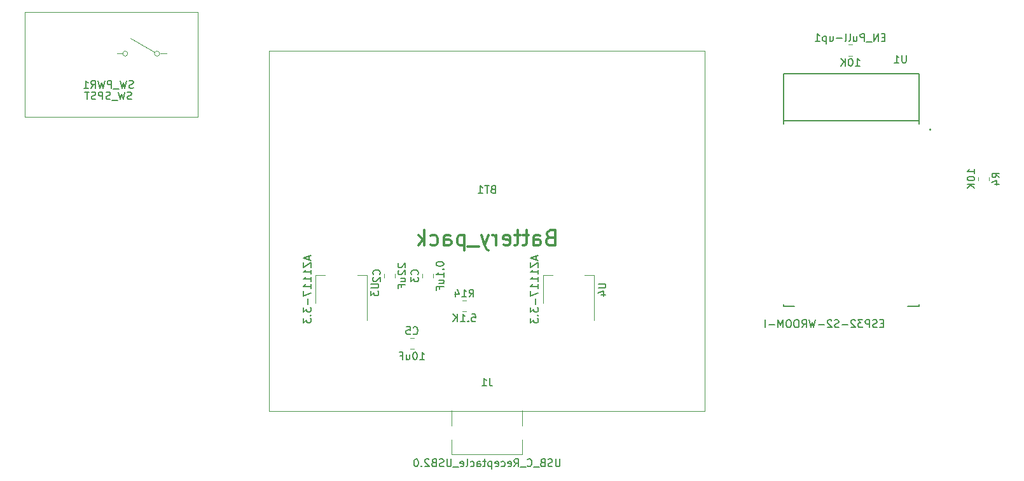
<source format=gbr>
%TF.GenerationSoftware,KiCad,Pcbnew,(6.0.4)*%
%TF.CreationDate,2022-11-06T13:58:30+01:00*%
%TF.ProjectId,GSP-1.0,4753502d-312e-4302-9e6b-696361645f70,rev?*%
%TF.SameCoordinates,Original*%
%TF.FileFunction,Legend,Bot*%
%TF.FilePolarity,Positive*%
%FSLAX46Y46*%
G04 Gerber Fmt 4.6, Leading zero omitted, Abs format (unit mm)*
G04 Created by KiCad (PCBNEW (6.0.4)) date 2022-11-06 13:58:30*
%MOMM*%
%LPD*%
G01*
G04 APERTURE LIST*
%ADD10C,0.150000*%
%ADD11C,0.350000*%
%ADD12C,0.120000*%
%ADD13C,0.200000*%
%ADD14C,0.127000*%
G04 APERTURE END LIST*
D10*
%TO.C,C5*%
X140166666Y-118677142D02*
X140214285Y-118724761D01*
X140357142Y-118772380D01*
X140452380Y-118772380D01*
X140595238Y-118724761D01*
X140690476Y-118629523D01*
X140738095Y-118534285D01*
X140785714Y-118343809D01*
X140785714Y-118200952D01*
X140738095Y-118010476D01*
X140690476Y-117915238D01*
X140595238Y-117820000D01*
X140452380Y-117772380D01*
X140357142Y-117772380D01*
X140214285Y-117820000D01*
X140166666Y-117867619D01*
X139261904Y-117772380D02*
X139738095Y-117772380D01*
X139785714Y-118248571D01*
X139738095Y-118200952D01*
X139642857Y-118153333D01*
X139404761Y-118153333D01*
X139309523Y-118200952D01*
X139261904Y-118248571D01*
X139214285Y-118343809D01*
X139214285Y-118581904D01*
X139261904Y-118677142D01*
X139309523Y-118724761D01*
X139404761Y-118772380D01*
X139642857Y-118772380D01*
X139738095Y-118724761D01*
X139785714Y-118677142D01*
X141071428Y-122132380D02*
X141642857Y-122132380D01*
X141357142Y-122132380D02*
X141357142Y-121132380D01*
X141452380Y-121275238D01*
X141547619Y-121370476D01*
X141642857Y-121418095D01*
X140452380Y-121132380D02*
X140357142Y-121132380D01*
X140261904Y-121180000D01*
X140214285Y-121227619D01*
X140166666Y-121322857D01*
X140119047Y-121513333D01*
X140119047Y-121751428D01*
X140166666Y-121941904D01*
X140214285Y-122037142D01*
X140261904Y-122084761D01*
X140357142Y-122132380D01*
X140452380Y-122132380D01*
X140547619Y-122084761D01*
X140595238Y-122037142D01*
X140642857Y-121941904D01*
X140690476Y-121751428D01*
X140690476Y-121513333D01*
X140642857Y-121322857D01*
X140595238Y-121227619D01*
X140547619Y-121180000D01*
X140452380Y-121132380D01*
X139261904Y-121465714D02*
X139261904Y-122132380D01*
X139690476Y-121465714D02*
X139690476Y-121989523D01*
X139642857Y-122084761D01*
X139547619Y-122132380D01*
X139404761Y-122132380D01*
X139309523Y-122084761D01*
X139261904Y-122037142D01*
X138452380Y-121608571D02*
X138785714Y-121608571D01*
X138785714Y-122132380D02*
X138785714Y-121132380D01*
X138309523Y-121132380D01*
%TO.C,EN_Pull-up1*%
X202945238Y-79188571D02*
X202611904Y-79188571D01*
X202469047Y-79712380D02*
X202945238Y-79712380D01*
X202945238Y-78712380D01*
X202469047Y-78712380D01*
X202040476Y-79712380D02*
X202040476Y-78712380D01*
X201469047Y-79712380D01*
X201469047Y-78712380D01*
X201230952Y-79807619D02*
X200469047Y-79807619D01*
X200230952Y-79712380D02*
X200230952Y-78712380D01*
X199850000Y-78712380D01*
X199754761Y-78760000D01*
X199707142Y-78807619D01*
X199659523Y-78902857D01*
X199659523Y-79045714D01*
X199707142Y-79140952D01*
X199754761Y-79188571D01*
X199850000Y-79236190D01*
X200230952Y-79236190D01*
X198802380Y-79045714D02*
X198802380Y-79712380D01*
X199230952Y-79045714D02*
X199230952Y-79569523D01*
X199183333Y-79664761D01*
X199088095Y-79712380D01*
X198945238Y-79712380D01*
X198850000Y-79664761D01*
X198802380Y-79617142D01*
X198183333Y-79712380D02*
X198278571Y-79664761D01*
X198326190Y-79569523D01*
X198326190Y-78712380D01*
X197659523Y-79712380D02*
X197754761Y-79664761D01*
X197802380Y-79569523D01*
X197802380Y-78712380D01*
X197278571Y-79331428D02*
X196516666Y-79331428D01*
X195611904Y-79045714D02*
X195611904Y-79712380D01*
X196040476Y-79045714D02*
X196040476Y-79569523D01*
X195992857Y-79664761D01*
X195897619Y-79712380D01*
X195754761Y-79712380D01*
X195659523Y-79664761D01*
X195611904Y-79617142D01*
X195135714Y-79045714D02*
X195135714Y-80045714D01*
X195135714Y-79093333D02*
X195040476Y-79045714D01*
X194850000Y-79045714D01*
X194754761Y-79093333D01*
X194707142Y-79140952D01*
X194659523Y-79236190D01*
X194659523Y-79521904D01*
X194707142Y-79617142D01*
X194754761Y-79664761D01*
X194850000Y-79712380D01*
X195040476Y-79712380D01*
X195135714Y-79664761D01*
X193707142Y-79712380D02*
X194278571Y-79712380D01*
X193992857Y-79712380D02*
X193992857Y-78712380D01*
X194088095Y-78855238D01*
X194183333Y-78950476D01*
X194278571Y-78998095D01*
X199040476Y-83012380D02*
X199611904Y-83012380D01*
X199326190Y-83012380D02*
X199326190Y-82012380D01*
X199421428Y-82155238D01*
X199516666Y-82250476D01*
X199611904Y-82298095D01*
X198421428Y-82012380D02*
X198326190Y-82012380D01*
X198230952Y-82060000D01*
X198183333Y-82107619D01*
X198135714Y-82202857D01*
X198088095Y-82393333D01*
X198088095Y-82631428D01*
X198135714Y-82821904D01*
X198183333Y-82917142D01*
X198230952Y-82964761D01*
X198326190Y-83012380D01*
X198421428Y-83012380D01*
X198516666Y-82964761D01*
X198564285Y-82917142D01*
X198611904Y-82821904D01*
X198659523Y-82631428D01*
X198659523Y-82393333D01*
X198611904Y-82202857D01*
X198564285Y-82107619D01*
X198516666Y-82060000D01*
X198421428Y-82012380D01*
X197659523Y-83012380D02*
X197659523Y-82012380D01*
X197088095Y-83012380D02*
X197516666Y-82440952D01*
X197088095Y-82012380D02*
X197659523Y-82583809D01*
%TO.C,U4*%
X164802380Y-112028095D02*
X165611904Y-112028095D01*
X165707142Y-112075714D01*
X165754761Y-112123333D01*
X165802380Y-112218571D01*
X165802380Y-112409047D01*
X165754761Y-112504285D01*
X165707142Y-112551904D01*
X165611904Y-112599523D01*
X164802380Y-112599523D01*
X165135714Y-113504285D02*
X165802380Y-113504285D01*
X164754761Y-113266190D02*
X165469047Y-113028095D01*
X165469047Y-113647142D01*
X156516666Y-108361428D02*
X156516666Y-108837619D01*
X156802380Y-108266190D02*
X155802380Y-108599523D01*
X156802380Y-108932857D01*
X155802380Y-109170952D02*
X155802380Y-109837619D01*
X156802380Y-109170952D01*
X156802380Y-109837619D01*
X156802380Y-110742380D02*
X156802380Y-110170952D01*
X156802380Y-110456666D02*
X155802380Y-110456666D01*
X155945238Y-110361428D01*
X156040476Y-110266190D01*
X156088095Y-110170952D01*
X156802380Y-111694761D02*
X156802380Y-111123333D01*
X156802380Y-111409047D02*
X155802380Y-111409047D01*
X155945238Y-111313809D01*
X156040476Y-111218571D01*
X156088095Y-111123333D01*
X156802380Y-112647142D02*
X156802380Y-112075714D01*
X156802380Y-112361428D02*
X155802380Y-112361428D01*
X155945238Y-112266190D01*
X156040476Y-112170952D01*
X156088095Y-112075714D01*
X155802380Y-112980476D02*
X155802380Y-113647142D01*
X156802380Y-113218571D01*
X156421428Y-114028095D02*
X156421428Y-114790000D01*
X155802380Y-115170952D02*
X155802380Y-115790000D01*
X156183333Y-115456666D01*
X156183333Y-115599523D01*
X156230952Y-115694761D01*
X156278571Y-115742380D01*
X156373809Y-115790000D01*
X156611904Y-115790000D01*
X156707142Y-115742380D01*
X156754761Y-115694761D01*
X156802380Y-115599523D01*
X156802380Y-115313809D01*
X156754761Y-115218571D01*
X156707142Y-115170952D01*
X156707142Y-116218571D02*
X156754761Y-116266190D01*
X156802380Y-116218571D01*
X156754761Y-116170952D01*
X156707142Y-116218571D01*
X156802380Y-116218571D01*
X155802380Y-116599523D02*
X155802380Y-117218571D01*
X156183333Y-116885238D01*
X156183333Y-117028095D01*
X156230952Y-117123333D01*
X156278571Y-117170952D01*
X156373809Y-117218571D01*
X156611904Y-117218571D01*
X156707142Y-117170952D01*
X156754761Y-117123333D01*
X156802380Y-117028095D01*
X156802380Y-116742380D01*
X156754761Y-116647142D01*
X156707142Y-116599523D01*
%TO.C,C2*%
X135677142Y-110785237D02*
X135724761Y-110737618D01*
X135772380Y-110594761D01*
X135772380Y-110499523D01*
X135724761Y-110356665D01*
X135629523Y-110261427D01*
X135534285Y-110213808D01*
X135343809Y-110166189D01*
X135200952Y-110166189D01*
X135010476Y-110213808D01*
X134915238Y-110261427D01*
X134820000Y-110356665D01*
X134772380Y-110499523D01*
X134772380Y-110594761D01*
X134820000Y-110737618D01*
X134867619Y-110785237D01*
X134867619Y-111166189D02*
X134820000Y-111213808D01*
X134772380Y-111309046D01*
X134772380Y-111547142D01*
X134820000Y-111642380D01*
X134867619Y-111689999D01*
X134962857Y-111737618D01*
X135058095Y-111737618D01*
X135200952Y-111689999D01*
X135772380Y-111118570D01*
X135772380Y-111737618D01*
X138227619Y-109309046D02*
X138180000Y-109356665D01*
X138132380Y-109451904D01*
X138132380Y-109689999D01*
X138180000Y-109785237D01*
X138227619Y-109832856D01*
X138322857Y-109880475D01*
X138418095Y-109880475D01*
X138560952Y-109832856D01*
X139132380Y-109261427D01*
X139132380Y-109880475D01*
X138227619Y-110261427D02*
X138180000Y-110309046D01*
X138132380Y-110404284D01*
X138132380Y-110642380D01*
X138180000Y-110737618D01*
X138227619Y-110785237D01*
X138322857Y-110832856D01*
X138418095Y-110832856D01*
X138560952Y-110785237D01*
X139132380Y-110213808D01*
X139132380Y-110832856D01*
X138465714Y-111689999D02*
X139132380Y-111689999D01*
X138465714Y-111261427D02*
X138989523Y-111261427D01*
X139084761Y-111309046D01*
X139132380Y-111404284D01*
X139132380Y-111547142D01*
X139084761Y-111642380D01*
X139037142Y-111689999D01*
X138608571Y-112499523D02*
X138608571Y-112166189D01*
X139132380Y-112166189D02*
X138132380Y-112166189D01*
X138132380Y-112642380D01*
%TO.C,R14*%
X147612857Y-113782380D02*
X147946190Y-113306190D01*
X148184285Y-113782380D02*
X148184285Y-112782380D01*
X147803333Y-112782380D01*
X147708095Y-112830000D01*
X147660476Y-112877619D01*
X147612857Y-112972857D01*
X147612857Y-113115714D01*
X147660476Y-113210952D01*
X147708095Y-113258571D01*
X147803333Y-113306190D01*
X148184285Y-113306190D01*
X146660476Y-113782380D02*
X147231904Y-113782380D01*
X146946190Y-113782380D02*
X146946190Y-112782380D01*
X147041428Y-112925238D01*
X147136666Y-113020476D01*
X147231904Y-113068095D01*
X145803333Y-113115714D02*
X145803333Y-113782380D01*
X146041428Y-112734761D02*
X146279523Y-113449047D01*
X145660476Y-113449047D01*
X147946190Y-116082380D02*
X148422380Y-116082380D01*
X148470000Y-116558571D01*
X148422380Y-116510952D01*
X148327142Y-116463333D01*
X148089047Y-116463333D01*
X147993809Y-116510952D01*
X147946190Y-116558571D01*
X147898571Y-116653809D01*
X147898571Y-116891904D01*
X147946190Y-116987142D01*
X147993809Y-117034761D01*
X148089047Y-117082380D01*
X148327142Y-117082380D01*
X148422380Y-117034761D01*
X148470000Y-116987142D01*
X147470000Y-116987142D02*
X147422380Y-117034761D01*
X147470000Y-117082380D01*
X147517619Y-117034761D01*
X147470000Y-116987142D01*
X147470000Y-117082380D01*
X146470000Y-117082380D02*
X147041428Y-117082380D01*
X146755714Y-117082380D02*
X146755714Y-116082380D01*
X146850952Y-116225238D01*
X146946190Y-116320476D01*
X147041428Y-116368095D01*
X146041428Y-117082380D02*
X146041428Y-116082380D01*
X145470000Y-117082380D02*
X145898571Y-116510952D01*
X145470000Y-116082380D02*
X146041428Y-116653809D01*
%TO.C,C3*%
X140760568Y-110803249D02*
X140808187Y-110755630D01*
X140855806Y-110612773D01*
X140855806Y-110517535D01*
X140808187Y-110374677D01*
X140712949Y-110279439D01*
X140617711Y-110231820D01*
X140427235Y-110184201D01*
X140284378Y-110184201D01*
X140093902Y-110231820D01*
X139998664Y-110279439D01*
X139903426Y-110374677D01*
X139855806Y-110517535D01*
X139855806Y-110612773D01*
X139903426Y-110755630D01*
X139951045Y-110803249D01*
X139855806Y-111136582D02*
X139855806Y-111755630D01*
X140236759Y-111422296D01*
X140236759Y-111565154D01*
X140284378Y-111660392D01*
X140331997Y-111708011D01*
X140427235Y-111755630D01*
X140665330Y-111755630D01*
X140760568Y-111708011D01*
X140808187Y-111660392D01*
X140855806Y-111565154D01*
X140855806Y-111279439D01*
X140808187Y-111184201D01*
X140760568Y-111136582D01*
X143215806Y-109327058D02*
X143215806Y-109422296D01*
X143263426Y-109517535D01*
X143311045Y-109565154D01*
X143406283Y-109612773D01*
X143596759Y-109660392D01*
X143834854Y-109660392D01*
X144025330Y-109612773D01*
X144120568Y-109565154D01*
X144168187Y-109517535D01*
X144215806Y-109422296D01*
X144215806Y-109327058D01*
X144168187Y-109231820D01*
X144120568Y-109184201D01*
X144025330Y-109136582D01*
X143834854Y-109088963D01*
X143596759Y-109088963D01*
X143406283Y-109136582D01*
X143311045Y-109184201D01*
X143263426Y-109231820D01*
X143215806Y-109327058D01*
X144120568Y-110088963D02*
X144168187Y-110136582D01*
X144215806Y-110088963D01*
X144168187Y-110041344D01*
X144120568Y-110088963D01*
X144215806Y-110088963D01*
X144215806Y-111088963D02*
X144215806Y-110517535D01*
X144215806Y-110803249D02*
X143215806Y-110803249D01*
X143358664Y-110708011D01*
X143453902Y-110612773D01*
X143501521Y-110517535D01*
X143549140Y-111946106D02*
X144215806Y-111946106D01*
X143549140Y-111517535D02*
X144072949Y-111517535D01*
X144168187Y-111565154D01*
X144215806Y-111660392D01*
X144215806Y-111803249D01*
X144168187Y-111898487D01*
X144120568Y-111946106D01*
X143691997Y-112755630D02*
X143691997Y-112422296D01*
X144215806Y-112422296D02*
X143215806Y-112422296D01*
X143215806Y-112898487D01*
%TO.C,SW_PWR1*%
X102902650Y-85912245D02*
X102759793Y-85959864D01*
X102521697Y-85959864D01*
X102426459Y-85912245D01*
X102378840Y-85864626D01*
X102331221Y-85769388D01*
X102331221Y-85674150D01*
X102378840Y-85578912D01*
X102426459Y-85531293D01*
X102521697Y-85483674D01*
X102712174Y-85436055D01*
X102807412Y-85388436D01*
X102855031Y-85340817D01*
X102902650Y-85245579D01*
X102902650Y-85150341D01*
X102855031Y-85055103D01*
X102807412Y-85007484D01*
X102712174Y-84959864D01*
X102474078Y-84959864D01*
X102331221Y-85007484D01*
X101997888Y-84959864D02*
X101759793Y-85959864D01*
X101569316Y-85245579D01*
X101378840Y-85959864D01*
X101140745Y-84959864D01*
X100997888Y-86055103D02*
X100235983Y-86055103D01*
X99997888Y-85959864D02*
X99997888Y-84959864D01*
X99616936Y-84959864D01*
X99521697Y-85007484D01*
X99474078Y-85055103D01*
X99426459Y-85150341D01*
X99426459Y-85293198D01*
X99474078Y-85388436D01*
X99521697Y-85436055D01*
X99616936Y-85483674D01*
X99997888Y-85483674D01*
X99093126Y-84959864D02*
X98855031Y-85959864D01*
X98664555Y-85245579D01*
X98474078Y-85959864D01*
X98235983Y-84959864D01*
X97283602Y-85959864D02*
X97616936Y-85483674D01*
X97855031Y-85959864D02*
X97855031Y-84959864D01*
X97474078Y-84959864D01*
X97378840Y-85007484D01*
X97331221Y-85055103D01*
X97283602Y-85150341D01*
X97283602Y-85293198D01*
X97331221Y-85388436D01*
X97378840Y-85436055D01*
X97474078Y-85483674D01*
X97855031Y-85483674D01*
X96331221Y-85959864D02*
X96902650Y-85959864D01*
X96616936Y-85959864D02*
X96616936Y-84959864D01*
X96712174Y-85102722D01*
X96807412Y-85197960D01*
X96902650Y-85245579D01*
X102688364Y-87412245D02*
X102545507Y-87459864D01*
X102307412Y-87459864D01*
X102212174Y-87412245D01*
X102164555Y-87364626D01*
X102116936Y-87269388D01*
X102116936Y-87174150D01*
X102164555Y-87078912D01*
X102212174Y-87031293D01*
X102307412Y-86983674D01*
X102497888Y-86936055D01*
X102593126Y-86888436D01*
X102640745Y-86840817D01*
X102688364Y-86745579D01*
X102688364Y-86650341D01*
X102640745Y-86555103D01*
X102593126Y-86507484D01*
X102497888Y-86459864D01*
X102259793Y-86459864D01*
X102116936Y-86507484D01*
X101783602Y-86459864D02*
X101545507Y-87459864D01*
X101355031Y-86745579D01*
X101164555Y-87459864D01*
X100926459Y-86459864D01*
X100783602Y-87555103D02*
X100021697Y-87555103D01*
X99831221Y-87412245D02*
X99688364Y-87459864D01*
X99450269Y-87459864D01*
X99355031Y-87412245D01*
X99307412Y-87364626D01*
X99259793Y-87269388D01*
X99259793Y-87174150D01*
X99307412Y-87078912D01*
X99355031Y-87031293D01*
X99450269Y-86983674D01*
X99640745Y-86936055D01*
X99735983Y-86888436D01*
X99783602Y-86840817D01*
X99831221Y-86745579D01*
X99831221Y-86650341D01*
X99783602Y-86555103D01*
X99735983Y-86507484D01*
X99640745Y-86459864D01*
X99402650Y-86459864D01*
X99259793Y-86507484D01*
X98831221Y-87459864D02*
X98831221Y-86459864D01*
X98450269Y-86459864D01*
X98355031Y-86507484D01*
X98307412Y-86555103D01*
X98259793Y-86650341D01*
X98259793Y-86793198D01*
X98307412Y-86888436D01*
X98355031Y-86936055D01*
X98450269Y-86983674D01*
X98831221Y-86983674D01*
X97878840Y-87412245D02*
X97735983Y-87459864D01*
X97497888Y-87459864D01*
X97402650Y-87412245D01*
X97355031Y-87364626D01*
X97307412Y-87269388D01*
X97307412Y-87174150D01*
X97355031Y-87078912D01*
X97402650Y-87031293D01*
X97497888Y-86983674D01*
X97688364Y-86936055D01*
X97783602Y-86888436D01*
X97831221Y-86840817D01*
X97878840Y-86745579D01*
X97878840Y-86650341D01*
X97831221Y-86555103D01*
X97783602Y-86507484D01*
X97688364Y-86459864D01*
X97450269Y-86459864D01*
X97307412Y-86507484D01*
X97021697Y-86459864D02*
X96450269Y-86459864D01*
X96735983Y-87459864D02*
X96735983Y-86459864D01*
%TO.C,R4*%
X218202380Y-97873333D02*
X217726190Y-97540000D01*
X218202380Y-97301904D02*
X217202380Y-97301904D01*
X217202380Y-97682857D01*
X217250000Y-97778095D01*
X217297619Y-97825714D01*
X217392857Y-97873333D01*
X217535714Y-97873333D01*
X217630952Y-97825714D01*
X217678571Y-97778095D01*
X217726190Y-97682857D01*
X217726190Y-97301904D01*
X217535714Y-98730476D02*
X218202380Y-98730476D01*
X217154761Y-98492380D02*
X217869047Y-98254285D01*
X217869047Y-98873333D01*
X214902380Y-97349523D02*
X214902380Y-96778095D01*
X214902380Y-97063809D02*
X213902380Y-97063809D01*
X214045238Y-96968571D01*
X214140476Y-96873333D01*
X214188095Y-96778095D01*
X213902380Y-97968571D02*
X213902380Y-98063809D01*
X213950000Y-98159047D01*
X213997619Y-98206666D01*
X214092857Y-98254285D01*
X214283333Y-98301904D01*
X214521428Y-98301904D01*
X214711904Y-98254285D01*
X214807142Y-98206666D01*
X214854761Y-98159047D01*
X214902380Y-98063809D01*
X214902380Y-97968571D01*
X214854761Y-97873333D01*
X214807142Y-97825714D01*
X214711904Y-97778095D01*
X214521428Y-97730476D01*
X214283333Y-97730476D01*
X214092857Y-97778095D01*
X213997619Y-97825714D01*
X213950000Y-97873333D01*
X213902380Y-97968571D01*
X214902380Y-98730476D02*
X213902380Y-98730476D01*
X214902380Y-99301904D02*
X214330952Y-98873333D01*
X213902380Y-99301904D02*
X214473809Y-98730476D01*
%TO.C,J1*%
X150333333Y-124627380D02*
X150333333Y-125341666D01*
X150380952Y-125484523D01*
X150476190Y-125579761D01*
X150619047Y-125627380D01*
X150714285Y-125627380D01*
X149333333Y-125627380D02*
X149904761Y-125627380D01*
X149619047Y-125627380D02*
X149619047Y-124627380D01*
X149714285Y-124770238D01*
X149809523Y-124865476D01*
X149904761Y-124913095D01*
X159690476Y-135372380D02*
X159690476Y-136181904D01*
X159642857Y-136277142D01*
X159595238Y-136324761D01*
X159500000Y-136372380D01*
X159309523Y-136372380D01*
X159214285Y-136324761D01*
X159166666Y-136277142D01*
X159119047Y-136181904D01*
X159119047Y-135372380D01*
X158690476Y-136324761D02*
X158547619Y-136372380D01*
X158309523Y-136372380D01*
X158214285Y-136324761D01*
X158166666Y-136277142D01*
X158119047Y-136181904D01*
X158119047Y-136086666D01*
X158166666Y-135991428D01*
X158214285Y-135943809D01*
X158309523Y-135896190D01*
X158500000Y-135848571D01*
X158595238Y-135800952D01*
X158642857Y-135753333D01*
X158690476Y-135658095D01*
X158690476Y-135562857D01*
X158642857Y-135467619D01*
X158595238Y-135420000D01*
X158500000Y-135372380D01*
X158261904Y-135372380D01*
X158119047Y-135420000D01*
X157357142Y-135848571D02*
X157214285Y-135896190D01*
X157166666Y-135943809D01*
X157119047Y-136039047D01*
X157119047Y-136181904D01*
X157166666Y-136277142D01*
X157214285Y-136324761D01*
X157309523Y-136372380D01*
X157690476Y-136372380D01*
X157690476Y-135372380D01*
X157357142Y-135372380D01*
X157261904Y-135420000D01*
X157214285Y-135467619D01*
X157166666Y-135562857D01*
X157166666Y-135658095D01*
X157214285Y-135753333D01*
X157261904Y-135800952D01*
X157357142Y-135848571D01*
X157690476Y-135848571D01*
X156928571Y-136467619D02*
X156166666Y-136467619D01*
X155357142Y-136277142D02*
X155404761Y-136324761D01*
X155547619Y-136372380D01*
X155642857Y-136372380D01*
X155785714Y-136324761D01*
X155880952Y-136229523D01*
X155928571Y-136134285D01*
X155976190Y-135943809D01*
X155976190Y-135800952D01*
X155928571Y-135610476D01*
X155880952Y-135515238D01*
X155785714Y-135420000D01*
X155642857Y-135372380D01*
X155547619Y-135372380D01*
X155404761Y-135420000D01*
X155357142Y-135467619D01*
X155166666Y-136467619D02*
X154404761Y-136467619D01*
X153595238Y-136372380D02*
X153928571Y-135896190D01*
X154166666Y-136372380D02*
X154166666Y-135372380D01*
X153785714Y-135372380D01*
X153690476Y-135420000D01*
X153642857Y-135467619D01*
X153595238Y-135562857D01*
X153595238Y-135705714D01*
X153642857Y-135800952D01*
X153690476Y-135848571D01*
X153785714Y-135896190D01*
X154166666Y-135896190D01*
X152785714Y-136324761D02*
X152880952Y-136372380D01*
X153071428Y-136372380D01*
X153166666Y-136324761D01*
X153214285Y-136229523D01*
X153214285Y-135848571D01*
X153166666Y-135753333D01*
X153071428Y-135705714D01*
X152880952Y-135705714D01*
X152785714Y-135753333D01*
X152738095Y-135848571D01*
X152738095Y-135943809D01*
X153214285Y-136039047D01*
X151880952Y-136324761D02*
X151976190Y-136372380D01*
X152166666Y-136372380D01*
X152261904Y-136324761D01*
X152309523Y-136277142D01*
X152357142Y-136181904D01*
X152357142Y-135896190D01*
X152309523Y-135800952D01*
X152261904Y-135753333D01*
X152166666Y-135705714D01*
X151976190Y-135705714D01*
X151880952Y-135753333D01*
X151071428Y-136324761D02*
X151166666Y-136372380D01*
X151357142Y-136372380D01*
X151452380Y-136324761D01*
X151500000Y-136229523D01*
X151500000Y-135848571D01*
X151452380Y-135753333D01*
X151357142Y-135705714D01*
X151166666Y-135705714D01*
X151071428Y-135753333D01*
X151023809Y-135848571D01*
X151023809Y-135943809D01*
X151500000Y-136039047D01*
X150595238Y-135705714D02*
X150595238Y-136705714D01*
X150595238Y-135753333D02*
X150500000Y-135705714D01*
X150309523Y-135705714D01*
X150214285Y-135753333D01*
X150166666Y-135800952D01*
X150119047Y-135896190D01*
X150119047Y-136181904D01*
X150166666Y-136277142D01*
X150214285Y-136324761D01*
X150309523Y-136372380D01*
X150500000Y-136372380D01*
X150595238Y-136324761D01*
X149833333Y-135705714D02*
X149452380Y-135705714D01*
X149690476Y-135372380D02*
X149690476Y-136229523D01*
X149642857Y-136324761D01*
X149547619Y-136372380D01*
X149452380Y-136372380D01*
X148690476Y-136372380D02*
X148690476Y-135848571D01*
X148738095Y-135753333D01*
X148833333Y-135705714D01*
X149023809Y-135705714D01*
X149119047Y-135753333D01*
X148690476Y-136324761D02*
X148785714Y-136372380D01*
X149023809Y-136372380D01*
X149119047Y-136324761D01*
X149166666Y-136229523D01*
X149166666Y-136134285D01*
X149119047Y-136039047D01*
X149023809Y-135991428D01*
X148785714Y-135991428D01*
X148690476Y-135943809D01*
X147785714Y-136324761D02*
X147880952Y-136372380D01*
X148071428Y-136372380D01*
X148166666Y-136324761D01*
X148214285Y-136277142D01*
X148261904Y-136181904D01*
X148261904Y-135896190D01*
X148214285Y-135800952D01*
X148166666Y-135753333D01*
X148071428Y-135705714D01*
X147880952Y-135705714D01*
X147785714Y-135753333D01*
X147214285Y-136372380D02*
X147309523Y-136324761D01*
X147357142Y-136229523D01*
X147357142Y-135372380D01*
X146452380Y-136324761D02*
X146547619Y-136372380D01*
X146738095Y-136372380D01*
X146833333Y-136324761D01*
X146880952Y-136229523D01*
X146880952Y-135848571D01*
X146833333Y-135753333D01*
X146738095Y-135705714D01*
X146547619Y-135705714D01*
X146452380Y-135753333D01*
X146404761Y-135848571D01*
X146404761Y-135943809D01*
X146880952Y-136039047D01*
X146214285Y-136467619D02*
X145452380Y-136467619D01*
X145214285Y-135372380D02*
X145214285Y-136181904D01*
X145166666Y-136277142D01*
X145119047Y-136324761D01*
X145023809Y-136372380D01*
X144833333Y-136372380D01*
X144738095Y-136324761D01*
X144690476Y-136277142D01*
X144642857Y-136181904D01*
X144642857Y-135372380D01*
X144214285Y-136324761D02*
X144071428Y-136372380D01*
X143833333Y-136372380D01*
X143738095Y-136324761D01*
X143690476Y-136277142D01*
X143642857Y-136181904D01*
X143642857Y-136086666D01*
X143690476Y-135991428D01*
X143738095Y-135943809D01*
X143833333Y-135896190D01*
X144023809Y-135848571D01*
X144119047Y-135800952D01*
X144166666Y-135753333D01*
X144214285Y-135658095D01*
X144214285Y-135562857D01*
X144166666Y-135467619D01*
X144119047Y-135420000D01*
X144023809Y-135372380D01*
X143785714Y-135372380D01*
X143642857Y-135420000D01*
X142880952Y-135848571D02*
X142738095Y-135896190D01*
X142690476Y-135943809D01*
X142642857Y-136039047D01*
X142642857Y-136181904D01*
X142690476Y-136277142D01*
X142738095Y-136324761D01*
X142833333Y-136372380D01*
X143214285Y-136372380D01*
X143214285Y-135372380D01*
X142880952Y-135372380D01*
X142785714Y-135420000D01*
X142738095Y-135467619D01*
X142690476Y-135562857D01*
X142690476Y-135658095D01*
X142738095Y-135753333D01*
X142785714Y-135800952D01*
X142880952Y-135848571D01*
X143214285Y-135848571D01*
X142261904Y-135467619D02*
X142214285Y-135420000D01*
X142119047Y-135372380D01*
X141880952Y-135372380D01*
X141785714Y-135420000D01*
X141738095Y-135467619D01*
X141690476Y-135562857D01*
X141690476Y-135658095D01*
X141738095Y-135800952D01*
X142309523Y-136372380D01*
X141690476Y-136372380D01*
X141261904Y-136277142D02*
X141214285Y-136324761D01*
X141261904Y-136372380D01*
X141309523Y-136324761D01*
X141261904Y-136277142D01*
X141261904Y-136372380D01*
X140595238Y-135372380D02*
X140500000Y-135372380D01*
X140404761Y-135420000D01*
X140357142Y-135467619D01*
X140309523Y-135562857D01*
X140261904Y-135753333D01*
X140261904Y-135991428D01*
X140309523Y-136181904D01*
X140357142Y-136277142D01*
X140404761Y-136324761D01*
X140500000Y-136372380D01*
X140595238Y-136372380D01*
X140690476Y-136324761D01*
X140738095Y-136277142D01*
X140785714Y-136181904D01*
X140833333Y-135991428D01*
X140833333Y-135753333D01*
X140785714Y-135562857D01*
X140738095Y-135467619D01*
X140690476Y-135420000D01*
X140595238Y-135372380D01*
%TO.C,BT1*%
X150785714Y-99428571D02*
X150642857Y-99476190D01*
X150595238Y-99523809D01*
X150547619Y-99619047D01*
X150547619Y-99761904D01*
X150595238Y-99857142D01*
X150642857Y-99904761D01*
X150738095Y-99952380D01*
X151119047Y-99952380D01*
X151119047Y-98952380D01*
X150785714Y-98952380D01*
X150690476Y-99000000D01*
X150642857Y-99047619D01*
X150595238Y-99142857D01*
X150595238Y-99238095D01*
X150642857Y-99333333D01*
X150690476Y-99380952D01*
X150785714Y-99428571D01*
X151119047Y-99428571D01*
X150261904Y-98952380D02*
X149690476Y-98952380D01*
X149976190Y-99952380D02*
X149976190Y-98952380D01*
X148833333Y-99952380D02*
X149404761Y-99952380D01*
X149119047Y-99952380D02*
X149119047Y-98952380D01*
X149214285Y-99095238D01*
X149309523Y-99190476D01*
X149404761Y-99238095D01*
D11*
X158380952Y-105857142D02*
X158095238Y-105952380D01*
X158000000Y-106047619D01*
X157904761Y-106238095D01*
X157904761Y-106523809D01*
X158000000Y-106714285D01*
X158095238Y-106809523D01*
X158285714Y-106904761D01*
X159047619Y-106904761D01*
X159047619Y-104904761D01*
X158380952Y-104904761D01*
X158190476Y-105000000D01*
X158095238Y-105095238D01*
X158000000Y-105285714D01*
X158000000Y-105476190D01*
X158095238Y-105666666D01*
X158190476Y-105761904D01*
X158380952Y-105857142D01*
X159047619Y-105857142D01*
X156190476Y-106904761D02*
X156190476Y-105857142D01*
X156285714Y-105666666D01*
X156476190Y-105571428D01*
X156857142Y-105571428D01*
X157047619Y-105666666D01*
X156190476Y-106809523D02*
X156380952Y-106904761D01*
X156857142Y-106904761D01*
X157047619Y-106809523D01*
X157142857Y-106619047D01*
X157142857Y-106428571D01*
X157047619Y-106238095D01*
X156857142Y-106142857D01*
X156380952Y-106142857D01*
X156190476Y-106047619D01*
X155523809Y-105571428D02*
X154761904Y-105571428D01*
X155238095Y-104904761D02*
X155238095Y-106619047D01*
X155142857Y-106809523D01*
X154952380Y-106904761D01*
X154761904Y-106904761D01*
X154380952Y-105571428D02*
X153619047Y-105571428D01*
X154095238Y-104904761D02*
X154095238Y-106619047D01*
X154000000Y-106809523D01*
X153809523Y-106904761D01*
X153619047Y-106904761D01*
X152190476Y-106809523D02*
X152380952Y-106904761D01*
X152761904Y-106904761D01*
X152952380Y-106809523D01*
X153047619Y-106619047D01*
X153047619Y-105857142D01*
X152952380Y-105666666D01*
X152761904Y-105571428D01*
X152380952Y-105571428D01*
X152190476Y-105666666D01*
X152095238Y-105857142D01*
X152095238Y-106047619D01*
X153047619Y-106238095D01*
X151238095Y-106904761D02*
X151238095Y-105571428D01*
X151238095Y-105952380D02*
X151142857Y-105761904D01*
X151047619Y-105666666D01*
X150857142Y-105571428D01*
X150666666Y-105571428D01*
X150190476Y-105571428D02*
X149714285Y-106904761D01*
X149238095Y-105571428D02*
X149714285Y-106904761D01*
X149904761Y-107380952D01*
X150000000Y-107476190D01*
X150190476Y-107571428D01*
X148952380Y-107095238D02*
X147428571Y-107095238D01*
X146952380Y-105571428D02*
X146952380Y-107571428D01*
X146952380Y-105666666D02*
X146761904Y-105571428D01*
X146380952Y-105571428D01*
X146190476Y-105666666D01*
X146095238Y-105761904D01*
X146000000Y-105952380D01*
X146000000Y-106523809D01*
X146095238Y-106714285D01*
X146190476Y-106809523D01*
X146380952Y-106904761D01*
X146761904Y-106904761D01*
X146952380Y-106809523D01*
X144285714Y-106904761D02*
X144285714Y-105857142D01*
X144380952Y-105666666D01*
X144571428Y-105571428D01*
X144952380Y-105571428D01*
X145142857Y-105666666D01*
X144285714Y-106809523D02*
X144476190Y-106904761D01*
X144952380Y-106904761D01*
X145142857Y-106809523D01*
X145238095Y-106619047D01*
X145238095Y-106428571D01*
X145142857Y-106238095D01*
X144952380Y-106142857D01*
X144476190Y-106142857D01*
X144285714Y-106047619D01*
X142476190Y-106809523D02*
X142666666Y-106904761D01*
X143047619Y-106904761D01*
X143238095Y-106809523D01*
X143333333Y-106714285D01*
X143428571Y-106523809D01*
X143428571Y-105952380D01*
X143333333Y-105761904D01*
X143238095Y-105666666D01*
X143047619Y-105571428D01*
X142666666Y-105571428D01*
X142476190Y-105666666D01*
X141619047Y-106904761D02*
X141619047Y-104904761D01*
X141428571Y-106142857D02*
X140857142Y-106904761D01*
X140857142Y-105571428D02*
X141619047Y-106333333D01*
D10*
%TO.C,U1*%
X205804612Y-81565418D02*
X205804612Y-82374942D01*
X205756993Y-82470180D01*
X205709374Y-82517799D01*
X205614136Y-82565418D01*
X205423660Y-82565418D01*
X205328422Y-82517799D01*
X205280803Y-82470180D01*
X205233184Y-82374942D01*
X205233184Y-81565418D01*
X204233184Y-82565418D02*
X204804612Y-82565418D01*
X204518898Y-82565418D02*
X204518898Y-81565418D01*
X204614136Y-81708276D01*
X204709374Y-81803514D01*
X204804612Y-81851133D01*
X202763660Y-117311609D02*
X202430327Y-117311609D01*
X202287469Y-117835418D02*
X202763660Y-117835418D01*
X202763660Y-116835418D01*
X202287469Y-116835418D01*
X201906517Y-117787799D02*
X201763660Y-117835418D01*
X201525565Y-117835418D01*
X201430327Y-117787799D01*
X201382708Y-117740180D01*
X201335088Y-117644942D01*
X201335088Y-117549704D01*
X201382708Y-117454466D01*
X201430327Y-117406847D01*
X201525565Y-117359228D01*
X201716041Y-117311609D01*
X201811279Y-117263990D01*
X201858898Y-117216371D01*
X201906517Y-117121133D01*
X201906517Y-117025895D01*
X201858898Y-116930657D01*
X201811279Y-116883038D01*
X201716041Y-116835418D01*
X201477946Y-116835418D01*
X201335088Y-116883038D01*
X200906517Y-117835418D02*
X200906517Y-116835418D01*
X200525565Y-116835418D01*
X200430327Y-116883038D01*
X200382708Y-116930657D01*
X200335088Y-117025895D01*
X200335088Y-117168752D01*
X200382708Y-117263990D01*
X200430327Y-117311609D01*
X200525565Y-117359228D01*
X200906517Y-117359228D01*
X200001755Y-116835418D02*
X199382708Y-116835418D01*
X199716041Y-117216371D01*
X199573184Y-117216371D01*
X199477946Y-117263990D01*
X199430327Y-117311609D01*
X199382708Y-117406847D01*
X199382708Y-117644942D01*
X199430327Y-117740180D01*
X199477946Y-117787799D01*
X199573184Y-117835418D01*
X199858898Y-117835418D01*
X199954136Y-117787799D01*
X200001755Y-117740180D01*
X199001755Y-116930657D02*
X198954136Y-116883038D01*
X198858898Y-116835418D01*
X198620803Y-116835418D01*
X198525565Y-116883038D01*
X198477946Y-116930657D01*
X198430327Y-117025895D01*
X198430327Y-117121133D01*
X198477946Y-117263990D01*
X199049374Y-117835418D01*
X198430327Y-117835418D01*
X198001755Y-117454466D02*
X197239850Y-117454466D01*
X196811279Y-117787799D02*
X196668422Y-117835418D01*
X196430327Y-117835418D01*
X196335088Y-117787799D01*
X196287469Y-117740180D01*
X196239850Y-117644942D01*
X196239850Y-117549704D01*
X196287469Y-117454466D01*
X196335088Y-117406847D01*
X196430327Y-117359228D01*
X196620803Y-117311609D01*
X196716041Y-117263990D01*
X196763660Y-117216371D01*
X196811279Y-117121133D01*
X196811279Y-117025895D01*
X196763660Y-116930657D01*
X196716041Y-116883038D01*
X196620803Y-116835418D01*
X196382708Y-116835418D01*
X196239850Y-116883038D01*
X195858898Y-116930657D02*
X195811279Y-116883038D01*
X195716041Y-116835418D01*
X195477946Y-116835418D01*
X195382708Y-116883038D01*
X195335088Y-116930657D01*
X195287469Y-117025895D01*
X195287469Y-117121133D01*
X195335088Y-117263990D01*
X195906517Y-117835418D01*
X195287469Y-117835418D01*
X194858898Y-117454466D02*
X194096993Y-117454466D01*
X193716041Y-116835418D02*
X193477946Y-117835418D01*
X193287469Y-117121133D01*
X193096993Y-117835418D01*
X192858898Y-116835418D01*
X191906517Y-117835418D02*
X192239850Y-117359228D01*
X192477946Y-117835418D02*
X192477946Y-116835418D01*
X192096993Y-116835418D01*
X192001755Y-116883038D01*
X191954136Y-116930657D01*
X191906517Y-117025895D01*
X191906517Y-117168752D01*
X191954136Y-117263990D01*
X192001755Y-117311609D01*
X192096993Y-117359228D01*
X192477946Y-117359228D01*
X191287469Y-116835418D02*
X191096993Y-116835418D01*
X191001755Y-116883038D01*
X190906517Y-116978276D01*
X190858898Y-117168752D01*
X190858898Y-117502085D01*
X190906517Y-117692561D01*
X191001755Y-117787799D01*
X191096993Y-117835418D01*
X191287469Y-117835418D01*
X191382708Y-117787799D01*
X191477946Y-117692561D01*
X191525565Y-117502085D01*
X191525565Y-117168752D01*
X191477946Y-116978276D01*
X191382708Y-116883038D01*
X191287469Y-116835418D01*
X190239850Y-116835418D02*
X190049374Y-116835418D01*
X189954136Y-116883038D01*
X189858898Y-116978276D01*
X189811279Y-117168752D01*
X189811279Y-117502085D01*
X189858898Y-117692561D01*
X189954136Y-117787799D01*
X190049374Y-117835418D01*
X190239850Y-117835418D01*
X190335088Y-117787799D01*
X190430327Y-117692561D01*
X190477946Y-117502085D01*
X190477946Y-117168752D01*
X190430327Y-116978276D01*
X190335088Y-116883038D01*
X190239850Y-116835418D01*
X189382708Y-117835418D02*
X189382708Y-116835418D01*
X189049374Y-117549704D01*
X188716041Y-116835418D01*
X188716041Y-117835418D01*
X188239850Y-117454466D02*
X187477946Y-117454466D01*
X187001755Y-117835418D02*
X187001755Y-116835418D01*
%TO.C,U3*%
X134552380Y-112028095D02*
X135361904Y-112028095D01*
X135457142Y-112075714D01*
X135504761Y-112123333D01*
X135552380Y-112218571D01*
X135552380Y-112409047D01*
X135504761Y-112504285D01*
X135457142Y-112551904D01*
X135361904Y-112599523D01*
X134552380Y-112599523D01*
X134552380Y-112980476D02*
X134552380Y-113599523D01*
X134933333Y-113266190D01*
X134933333Y-113409047D01*
X134980952Y-113504285D01*
X135028571Y-113551904D01*
X135123809Y-113599523D01*
X135361904Y-113599523D01*
X135457142Y-113551904D01*
X135504761Y-113504285D01*
X135552380Y-113409047D01*
X135552380Y-113123333D01*
X135504761Y-113028095D01*
X135457142Y-112980476D01*
X126266666Y-108361428D02*
X126266666Y-108837619D01*
X126552380Y-108266190D02*
X125552380Y-108599523D01*
X126552380Y-108932857D01*
X125552380Y-109170952D02*
X125552380Y-109837619D01*
X126552380Y-109170952D01*
X126552380Y-109837619D01*
X126552380Y-110742380D02*
X126552380Y-110170952D01*
X126552380Y-110456666D02*
X125552380Y-110456666D01*
X125695238Y-110361428D01*
X125790476Y-110266190D01*
X125838095Y-110170952D01*
X126552380Y-111694761D02*
X126552380Y-111123333D01*
X126552380Y-111409047D02*
X125552380Y-111409047D01*
X125695238Y-111313809D01*
X125790476Y-111218571D01*
X125838095Y-111123333D01*
X126552380Y-112647142D02*
X126552380Y-112075714D01*
X126552380Y-112361428D02*
X125552380Y-112361428D01*
X125695238Y-112266190D01*
X125790476Y-112170952D01*
X125838095Y-112075714D01*
X125552380Y-112980476D02*
X125552380Y-113647142D01*
X126552380Y-113218571D01*
X126171428Y-114028095D02*
X126171428Y-114790000D01*
X125552380Y-115170952D02*
X125552380Y-115789999D01*
X125933333Y-115456666D01*
X125933333Y-115599523D01*
X125980952Y-115694761D01*
X126028571Y-115742380D01*
X126123809Y-115789999D01*
X126361904Y-115789999D01*
X126457142Y-115742380D01*
X126504761Y-115694761D01*
X126552380Y-115599523D01*
X126552380Y-115313809D01*
X126504761Y-115218571D01*
X126457142Y-115170952D01*
X126457142Y-116218571D02*
X126504761Y-116266190D01*
X126552380Y-116218571D01*
X126504761Y-116170952D01*
X126457142Y-116218571D01*
X126552380Y-116218571D01*
X125552380Y-116599523D02*
X125552380Y-117218571D01*
X125933333Y-116885238D01*
X125933333Y-117028095D01*
X125980952Y-117123333D01*
X126028571Y-117170952D01*
X126123809Y-117218571D01*
X126361904Y-117218571D01*
X126457142Y-117170952D01*
X126504761Y-117123333D01*
X126552380Y-117028095D01*
X126552380Y-116742380D01*
X126504761Y-116647142D01*
X126457142Y-116599523D01*
D12*
%TO.C,C5*%
X140261252Y-120735000D02*
X139738748Y-120735000D01*
X140261252Y-119265000D02*
X139738748Y-119265000D01*
%TO.C,EN_Pull-up1*%
X198577064Y-81645000D02*
X198122936Y-81645000D01*
X198577064Y-80175000D02*
X198122936Y-80175000D01*
%TO.C,U4*%
X164260000Y-110880000D02*
X163000000Y-110880000D01*
X157440000Y-110880000D02*
X158700000Y-110880000D01*
X157440000Y-114640000D02*
X157440000Y-110880000D01*
X164260000Y-116890000D02*
X164260000Y-110880000D01*
%TO.C,C2*%
X137735000Y-110690652D02*
X137735000Y-111213156D01*
X136265000Y-110690652D02*
X136265000Y-111213156D01*
%TO.C,R14*%
X147197064Y-115715000D02*
X146742936Y-115715000D01*
X147197064Y-114245000D02*
X146742936Y-114245000D01*
%TO.C,C3*%
X142818426Y-110708664D02*
X142818426Y-111231168D01*
X141348426Y-110708664D02*
X141348426Y-111231168D01*
%TO.C,SW_PWR1*%
X102161570Y-81365000D02*
G75*
G03*
X102161570Y-81365000I-336285J0D01*
G01*
X106397285Y-81365000D02*
G75*
G03*
X106397285Y-81365000I-336285J0D01*
G01*
X111465000Y-75785000D02*
X88465000Y-75785000D01*
X88465000Y-75785000D02*
X88465000Y-89785000D01*
X88465000Y-89785000D02*
X111465000Y-89785000D01*
X111465000Y-89785000D02*
X111465000Y-75785000D01*
X107331000Y-81365000D02*
X106471339Y-81362160D01*
X100727000Y-81365000D02*
X101489000Y-81365000D01*
X105731150Y-81145797D02*
X102505000Y-79333000D01*
%TO.C,R4*%
X216835000Y-98267064D02*
X216835000Y-97812936D01*
X215365000Y-98267064D02*
X215365000Y-97812936D01*
%TO.C,J1*%
X145300000Y-128920000D02*
X145300000Y-130920000D01*
X154700000Y-134720000D02*
X145300000Y-134720000D01*
X145300000Y-132820000D02*
X145300000Y-134720000D01*
X154700000Y-128920000D02*
X154700000Y-130920000D01*
X154700000Y-132820000D02*
X154700000Y-134720000D01*
%TO.C,BT1*%
X179000000Y-81000000D02*
X121000000Y-81000000D01*
X121000000Y-81000000D02*
X121000000Y-129000000D01*
X121000000Y-129000000D02*
X179000000Y-129000000D01*
X179000000Y-129000000D02*
X179000000Y-81000000D01*
D13*
%TO.C,U1*%
X209067708Y-91498038D02*
G75*
G03*
X209067708Y-91498038I-100000J0D01*
G01*
D14*
X189467708Y-114998038D02*
X189467708Y-114768038D01*
X189467708Y-90298038D02*
X207467708Y-90298038D01*
X207467708Y-83998038D02*
X207467708Y-90298038D01*
X189467708Y-83998038D02*
X207467708Y-83998038D01*
X189467708Y-90298038D02*
X189467708Y-83998038D01*
X190947708Y-114998038D02*
X189467708Y-114998038D01*
X207467708Y-114998038D02*
X205987708Y-114998038D01*
X207467708Y-114998038D02*
X207467708Y-114768038D01*
X189467708Y-90728038D02*
X189467708Y-90298038D01*
X207467708Y-90298038D02*
X207467708Y-90728038D01*
D12*
%TO.C,U3*%
X127190000Y-114640000D02*
X127190000Y-110880000D01*
X134010000Y-110880000D02*
X132750000Y-110880000D01*
X127190000Y-110880000D02*
X128450000Y-110880000D01*
X134010000Y-116890000D02*
X134010000Y-110880000D01*
%TD*%
M02*

</source>
